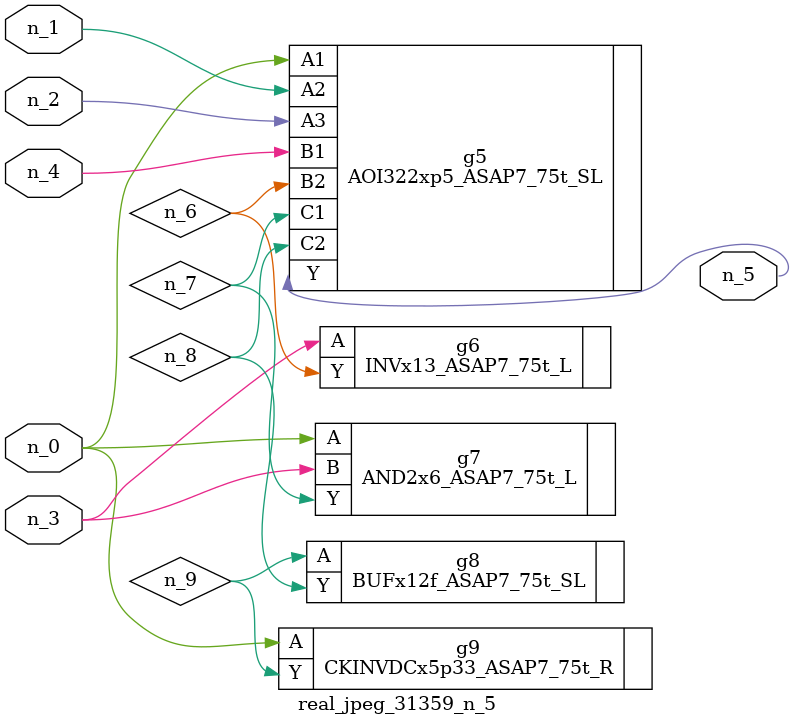
<source format=v>
module real_jpeg_31359_n_5 (n_4, n_0, n_1, n_2, n_3, n_5);

input n_4;
input n_0;
input n_1;
input n_2;
input n_3;

output n_5;

wire n_8;
wire n_6;
wire n_7;
wire n_9;

AOI322xp5_ASAP7_75t_SL g5 ( 
.A1(n_0),
.A2(n_1),
.A3(n_2),
.B1(n_4),
.B2(n_6),
.C1(n_7),
.C2(n_8),
.Y(n_5)
);

AND2x6_ASAP7_75t_L g7 ( 
.A(n_0),
.B(n_3),
.Y(n_7)
);

CKINVDCx5p33_ASAP7_75t_R g9 ( 
.A(n_0),
.Y(n_9)
);

INVx13_ASAP7_75t_L g6 ( 
.A(n_3),
.Y(n_6)
);

BUFx12f_ASAP7_75t_SL g8 ( 
.A(n_9),
.Y(n_8)
);


endmodule
</source>
